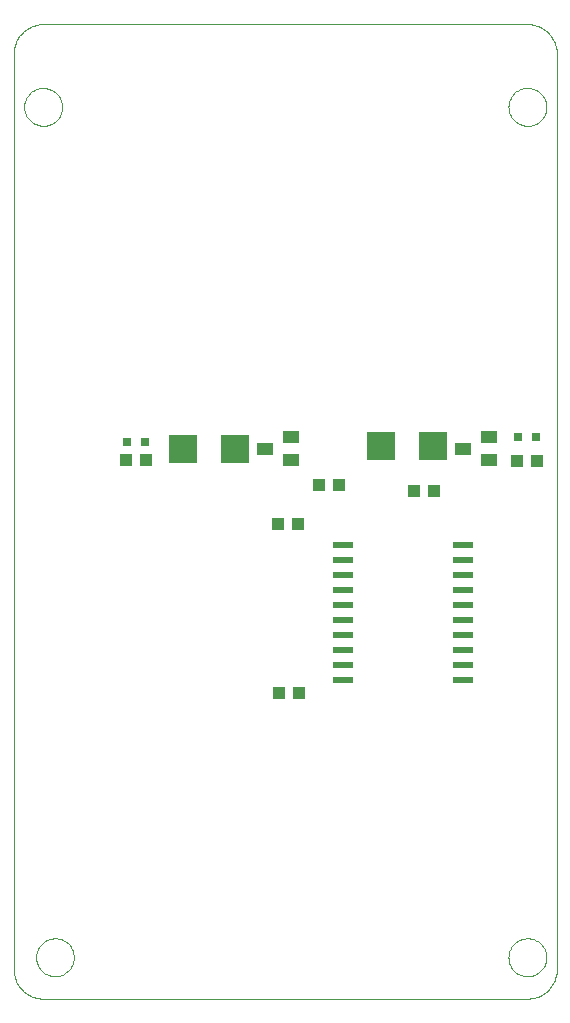
<source format=gtp>
G75*
%MOIN*%
%OFA0B0*%
%FSLAX24Y24*%
%IPPOS*%
%LPD*%
%AMOC8*
5,1,8,0,0,1.08239X$1,22.5*
%
%ADD10C,0.0000*%
%ADD11R,0.0433X0.0394*%
%ADD12R,0.0669X0.0236*%
%ADD13R,0.0945X0.0945*%
%ADD14R,0.0551X0.0394*%
%ADD15R,0.0394X0.0433*%
%ADD16R,0.0315X0.0315*%
D10*
X003149Y005613D02*
X019291Y005613D01*
X019353Y005615D01*
X019414Y005621D01*
X019475Y005630D01*
X019536Y005644D01*
X019595Y005661D01*
X019653Y005682D01*
X019710Y005707D01*
X019765Y005735D01*
X019818Y005766D01*
X019869Y005801D01*
X019918Y005839D01*
X019965Y005880D01*
X020008Y005923D01*
X020049Y005970D01*
X020087Y006019D01*
X020122Y006070D01*
X020153Y006123D01*
X020181Y006178D01*
X020206Y006235D01*
X020227Y006293D01*
X020244Y006352D01*
X020258Y006413D01*
X020267Y006474D01*
X020273Y006535D01*
X020275Y006597D01*
X020275Y037109D01*
X020273Y037171D01*
X020267Y037232D01*
X020258Y037293D01*
X020244Y037354D01*
X020227Y037413D01*
X020206Y037471D01*
X020181Y037528D01*
X020153Y037583D01*
X020122Y037636D01*
X020087Y037687D01*
X020049Y037736D01*
X020008Y037783D01*
X019965Y037826D01*
X019918Y037867D01*
X019869Y037905D01*
X019818Y037940D01*
X019765Y037971D01*
X019710Y037999D01*
X019653Y038024D01*
X019595Y038045D01*
X019536Y038062D01*
X019475Y038076D01*
X019414Y038085D01*
X019353Y038091D01*
X019291Y038093D01*
X003149Y038093D01*
X003087Y038091D01*
X003026Y038085D01*
X002965Y038076D01*
X002904Y038062D01*
X002845Y038045D01*
X002787Y038024D01*
X002730Y037999D01*
X002675Y037971D01*
X002622Y037940D01*
X002571Y037905D01*
X002522Y037867D01*
X002475Y037826D01*
X002432Y037783D01*
X002391Y037736D01*
X002353Y037687D01*
X002318Y037636D01*
X002287Y037583D01*
X002259Y037528D01*
X002234Y037471D01*
X002213Y037413D01*
X002196Y037354D01*
X002182Y037293D01*
X002173Y037232D01*
X002167Y037171D01*
X002165Y037109D01*
X002165Y006597D01*
X002167Y006535D01*
X002173Y006474D01*
X002182Y006413D01*
X002196Y006352D01*
X002213Y006293D01*
X002234Y006235D01*
X002259Y006178D01*
X002287Y006123D01*
X002318Y006070D01*
X002353Y006019D01*
X002391Y005970D01*
X002432Y005923D01*
X002475Y005880D01*
X002522Y005839D01*
X002571Y005801D01*
X002622Y005766D01*
X002675Y005735D01*
X002730Y005707D01*
X002787Y005682D01*
X002845Y005661D01*
X002904Y005644D01*
X002965Y005630D01*
X003026Y005621D01*
X003087Y005615D01*
X003149Y005613D01*
X002913Y006991D02*
X002915Y007041D01*
X002921Y007091D01*
X002931Y007140D01*
X002945Y007188D01*
X002962Y007235D01*
X002983Y007280D01*
X003008Y007324D01*
X003036Y007365D01*
X003068Y007404D01*
X003102Y007441D01*
X003139Y007475D01*
X003179Y007505D01*
X003221Y007532D01*
X003265Y007556D01*
X003311Y007577D01*
X003358Y007593D01*
X003406Y007606D01*
X003456Y007615D01*
X003505Y007620D01*
X003556Y007621D01*
X003606Y007618D01*
X003655Y007611D01*
X003704Y007600D01*
X003752Y007585D01*
X003798Y007567D01*
X003843Y007545D01*
X003886Y007519D01*
X003927Y007490D01*
X003966Y007458D01*
X004002Y007423D01*
X004034Y007385D01*
X004064Y007345D01*
X004091Y007302D01*
X004114Y007258D01*
X004133Y007212D01*
X004149Y007164D01*
X004161Y007115D01*
X004169Y007066D01*
X004173Y007016D01*
X004173Y006966D01*
X004169Y006916D01*
X004161Y006867D01*
X004149Y006818D01*
X004133Y006770D01*
X004114Y006724D01*
X004091Y006680D01*
X004064Y006637D01*
X004034Y006597D01*
X004002Y006559D01*
X003966Y006524D01*
X003927Y006492D01*
X003886Y006463D01*
X003843Y006437D01*
X003798Y006415D01*
X003752Y006397D01*
X003704Y006382D01*
X003655Y006371D01*
X003606Y006364D01*
X003556Y006361D01*
X003505Y006362D01*
X003456Y006367D01*
X003406Y006376D01*
X003358Y006389D01*
X003311Y006405D01*
X003265Y006426D01*
X003221Y006450D01*
X003179Y006477D01*
X003139Y006507D01*
X003102Y006541D01*
X003068Y006578D01*
X003036Y006617D01*
X003008Y006658D01*
X002983Y006702D01*
X002962Y006747D01*
X002945Y006794D01*
X002931Y006842D01*
X002921Y006891D01*
X002915Y006941D01*
X002913Y006991D01*
X002519Y035337D02*
X002521Y035387D01*
X002527Y035437D01*
X002537Y035486D01*
X002551Y035534D01*
X002568Y035581D01*
X002589Y035626D01*
X002614Y035670D01*
X002642Y035711D01*
X002674Y035750D01*
X002708Y035787D01*
X002745Y035821D01*
X002785Y035851D01*
X002827Y035878D01*
X002871Y035902D01*
X002917Y035923D01*
X002964Y035939D01*
X003012Y035952D01*
X003062Y035961D01*
X003111Y035966D01*
X003162Y035967D01*
X003212Y035964D01*
X003261Y035957D01*
X003310Y035946D01*
X003358Y035931D01*
X003404Y035913D01*
X003449Y035891D01*
X003492Y035865D01*
X003533Y035836D01*
X003572Y035804D01*
X003608Y035769D01*
X003640Y035731D01*
X003670Y035691D01*
X003697Y035648D01*
X003720Y035604D01*
X003739Y035558D01*
X003755Y035510D01*
X003767Y035461D01*
X003775Y035412D01*
X003779Y035362D01*
X003779Y035312D01*
X003775Y035262D01*
X003767Y035213D01*
X003755Y035164D01*
X003739Y035116D01*
X003720Y035070D01*
X003697Y035026D01*
X003670Y034983D01*
X003640Y034943D01*
X003608Y034905D01*
X003572Y034870D01*
X003533Y034838D01*
X003492Y034809D01*
X003449Y034783D01*
X003404Y034761D01*
X003358Y034743D01*
X003310Y034728D01*
X003261Y034717D01*
X003212Y034710D01*
X003162Y034707D01*
X003111Y034708D01*
X003062Y034713D01*
X003012Y034722D01*
X002964Y034735D01*
X002917Y034751D01*
X002871Y034772D01*
X002827Y034796D01*
X002785Y034823D01*
X002745Y034853D01*
X002708Y034887D01*
X002674Y034924D01*
X002642Y034963D01*
X002614Y035004D01*
X002589Y035048D01*
X002568Y035093D01*
X002551Y035140D01*
X002537Y035188D01*
X002527Y035237D01*
X002521Y035287D01*
X002519Y035337D01*
X018661Y035337D02*
X018663Y035387D01*
X018669Y035437D01*
X018679Y035486D01*
X018693Y035534D01*
X018710Y035581D01*
X018731Y035626D01*
X018756Y035670D01*
X018784Y035711D01*
X018816Y035750D01*
X018850Y035787D01*
X018887Y035821D01*
X018927Y035851D01*
X018969Y035878D01*
X019013Y035902D01*
X019059Y035923D01*
X019106Y035939D01*
X019154Y035952D01*
X019204Y035961D01*
X019253Y035966D01*
X019304Y035967D01*
X019354Y035964D01*
X019403Y035957D01*
X019452Y035946D01*
X019500Y035931D01*
X019546Y035913D01*
X019591Y035891D01*
X019634Y035865D01*
X019675Y035836D01*
X019714Y035804D01*
X019750Y035769D01*
X019782Y035731D01*
X019812Y035691D01*
X019839Y035648D01*
X019862Y035604D01*
X019881Y035558D01*
X019897Y035510D01*
X019909Y035461D01*
X019917Y035412D01*
X019921Y035362D01*
X019921Y035312D01*
X019917Y035262D01*
X019909Y035213D01*
X019897Y035164D01*
X019881Y035116D01*
X019862Y035070D01*
X019839Y035026D01*
X019812Y034983D01*
X019782Y034943D01*
X019750Y034905D01*
X019714Y034870D01*
X019675Y034838D01*
X019634Y034809D01*
X019591Y034783D01*
X019546Y034761D01*
X019500Y034743D01*
X019452Y034728D01*
X019403Y034717D01*
X019354Y034710D01*
X019304Y034707D01*
X019253Y034708D01*
X019204Y034713D01*
X019154Y034722D01*
X019106Y034735D01*
X019059Y034751D01*
X019013Y034772D01*
X018969Y034796D01*
X018927Y034823D01*
X018887Y034853D01*
X018850Y034887D01*
X018816Y034924D01*
X018784Y034963D01*
X018756Y035004D01*
X018731Y035048D01*
X018710Y035093D01*
X018693Y035140D01*
X018679Y035188D01*
X018669Y035237D01*
X018663Y035287D01*
X018661Y035337D01*
X018661Y006991D02*
X018663Y007041D01*
X018669Y007091D01*
X018679Y007140D01*
X018693Y007188D01*
X018710Y007235D01*
X018731Y007280D01*
X018756Y007324D01*
X018784Y007365D01*
X018816Y007404D01*
X018850Y007441D01*
X018887Y007475D01*
X018927Y007505D01*
X018969Y007532D01*
X019013Y007556D01*
X019059Y007577D01*
X019106Y007593D01*
X019154Y007606D01*
X019204Y007615D01*
X019253Y007620D01*
X019304Y007621D01*
X019354Y007618D01*
X019403Y007611D01*
X019452Y007600D01*
X019500Y007585D01*
X019546Y007567D01*
X019591Y007545D01*
X019634Y007519D01*
X019675Y007490D01*
X019714Y007458D01*
X019750Y007423D01*
X019782Y007385D01*
X019812Y007345D01*
X019839Y007302D01*
X019862Y007258D01*
X019881Y007212D01*
X019897Y007164D01*
X019909Y007115D01*
X019917Y007066D01*
X019921Y007016D01*
X019921Y006966D01*
X019917Y006916D01*
X019909Y006867D01*
X019897Y006818D01*
X019881Y006770D01*
X019862Y006724D01*
X019839Y006680D01*
X019812Y006637D01*
X019782Y006597D01*
X019750Y006559D01*
X019714Y006524D01*
X019675Y006492D01*
X019634Y006463D01*
X019591Y006437D01*
X019546Y006415D01*
X019500Y006397D01*
X019452Y006382D01*
X019403Y006371D01*
X019354Y006364D01*
X019304Y006361D01*
X019253Y006362D01*
X019204Y006367D01*
X019154Y006376D01*
X019106Y006389D01*
X019059Y006405D01*
X019013Y006426D01*
X018969Y006450D01*
X018927Y006477D01*
X018887Y006507D01*
X018850Y006541D01*
X018816Y006578D01*
X018784Y006617D01*
X018756Y006658D01*
X018731Y006702D01*
X018710Y006747D01*
X018693Y006794D01*
X018679Y006842D01*
X018669Y006891D01*
X018663Y006941D01*
X018661Y006991D01*
D11*
X011674Y015792D03*
X011005Y015792D03*
X010963Y021440D03*
X011632Y021440D03*
D12*
X013136Y020745D03*
X013136Y020245D03*
X013136Y019745D03*
X013136Y019245D03*
X013136Y018745D03*
X013136Y018245D03*
X013136Y017745D03*
X013136Y017245D03*
X013136Y016745D03*
X013136Y016245D03*
X017152Y016245D03*
X017152Y016745D03*
X017152Y017245D03*
X017152Y017745D03*
X017152Y018245D03*
X017152Y018745D03*
X017152Y019245D03*
X017152Y019745D03*
X017152Y020245D03*
X017152Y020745D03*
D13*
X016140Y024045D03*
X014408Y024045D03*
X009540Y023945D03*
X007808Y023945D03*
D14*
X010541Y023945D03*
X011407Y024319D03*
X011407Y023571D03*
X017141Y023945D03*
X018007Y024319D03*
X018007Y023571D03*
D15*
X018939Y023545D03*
X019609Y023545D03*
X016179Y022545D03*
X015509Y022545D03*
X013009Y022745D03*
X012339Y022745D03*
X006579Y023575D03*
X005909Y023575D03*
D16*
X005959Y024165D03*
X006549Y024165D03*
X018979Y024345D03*
X019569Y024345D03*
M02*

</source>
